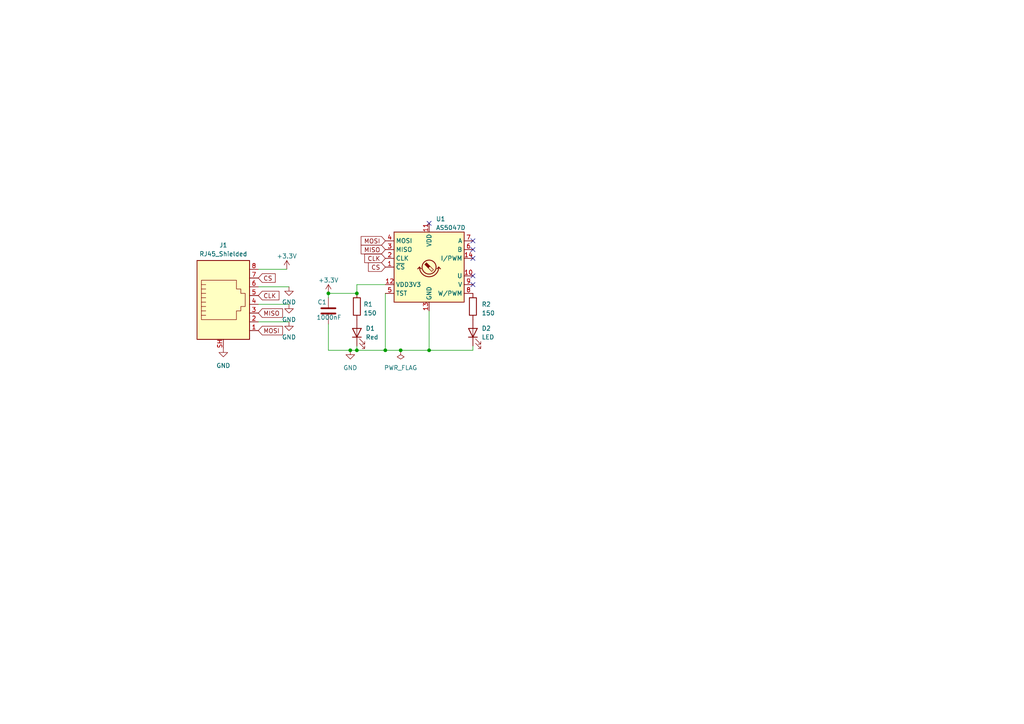
<source format=kicad_sch>
(kicad_sch (version 20230121) (generator eeschema)
  (paper "A4")
  (lib_symbols
    (symbol "Connector:RJ45_Shielded" (pin_names (offset 1.016))
      (property "Reference" "J" (at -5.08 13.97 0))
      (property "Value" "RJ45_Shielded" (at 2.54 13.97 0))
      (symbol "RJ45_Shielded_0_1"
        (polyline (pts (xy -5.08 4.445) (xy -6.35 4.445)))
        (polyline (pts (xy -5.08 5.715) (xy -6.35 5.715)))
        (polyline (pts (xy -6.35 -3.175) (xy -5.08 -3.175) (xy -5.08 -3.175)))
        (polyline (pts (xy -6.35 -1.905) (xy -5.08 -1.905) (xy -5.08 -1.905)))
        (polyline (pts (xy -6.35 -0.635) (xy -5.08 -0.635) (xy -5.08 -0.635)))
        (polyline (pts (xy -6.35 0.635) (xy -5.08 0.635) (xy -5.08 0.635)))
        (polyline (pts (xy -6.35 1.905) (xy -5.08 1.905) (xy -5.08 1.905)))
        (polyline (pts (xy -5.08 3.175) (xy -6.35 3.175) (xy -6.35 3.175)))
        (polyline (pts (xy -6.35 -4.445) (xy -6.35 6.985) (xy 3.81 6.985) (xy 3.81 4.445) (xy 5.08 4.445) (xy 5.08 3.175) (xy 6.35 3.175) (xy 6.35 -0.635) (xy 5.08 -0.635) (xy 5.08 -1.905) (xy 3.81 -1.905) (xy 3.81 -4.445) (xy -6.35 -4.445) (xy -6.35 -4.445)))
        (rectangle (start 7.62 12.7) (end -7.62 -10.16) (stroke (width 0.254)) (fill (type background)))
      )
      (symbol "RJ45_Shielded_1_1"
        (pin passive line (at 10.16 -7.62 180) (length 2.54) (name "~") (number "1"))
        (pin passive line (at 10.16 -5.08 180) (length 2.54) (name "~") (number "2"))
        (pin passive line (at 10.16 -2.54 180) (length 2.54) (name "~") (number "3"))
        (pin passive line (at 10.16 0 180) (length 2.54) (name "~") (number "4"))
        (pin passive line (at 10.16 2.54 180) (length 2.54) (name "~") (number "5"))
        (pin passive line (at 10.16 5.08 180) (length 2.54) (name "~") (number "6"))
        (pin passive line (at 10.16 7.62 180) (length 2.54) (name "~") (number "7"))
        (pin passive line (at 10.16 10.16 180) (length 2.54) (name "~") (number "8"))
        (pin passive line (at 0 -12.7 90) (length 2.54) (name "~") (number "SH"))
      )
    )
    (symbol "Device:C" (pin_numbers hide) (pin_names (offset 0.254))
      (property "Reference" "C" (at 0.635 2.54 0))
      (property "Value" "C" (at 0.635 -2.54 0))
      (symbol "C_0_1"
        (polyline (pts (xy -2.032 -0.762) (xy 2.032 -0.762)) (stroke (width 0.508)))
        (polyline (pts (xy -2.032 0.762) (xy 2.032 0.762)) (stroke (width 0.508)))
      )
      (symbol "C_1_1"
        (pin passive line (at 0 3.81 270) (length 2.794) (name "~") (number "1"))
        (pin passive line (at 0 -3.81 90) (length 2.794) (name "~") (number "2"))
      )
    )
    (symbol "Device:LED" (pin_numbers hide) (pin_names (offset 1.016) hide)
      (property "Reference" "D" (at 0 2.54 0))
      (property "Value" "LED" (at 0 -2.54 0))
      (symbol "LED_0_1"
        (polyline (pts (xy -1.27 -1.27) (xy -1.27 1.27)) (stroke (width 0.254)))
        (polyline (pts (xy -1.27 0) (xy 1.27 0)))
        (polyline (pts (xy 1.27 -1.27) (xy 1.27 1.27) (xy -1.27 0) (xy 1.27 -1.27)) (stroke (width 0.254)))
        (polyline (pts (xy -3.048 -0.762) (xy -4.572 -2.286) (xy -3.81 -2.286) (xy -4.572 -2.286) (xy -4.572 -1.524)))
        (polyline (pts (xy -1.778 -0.762) (xy -3.302 -2.286) (xy -2.54 -2.286) (xy -3.302 -2.286) (xy -3.302 -1.524)))
      )
      (symbol "LED_1_1"
        (pin passive line (at -3.81 0 0) (length 2.54) (name "K") (number "1"))
        (pin passive line (at 3.81 0 180) (length 2.54) (name "A") (number "2"))
      )
    )
    (symbol "Device:R" (pin_numbers hide) (pin_names (offset 0))
      (property "Reference" "R" (at 2.032 0 90))
      (property "Value" "R" (at 0 0 90))
      (symbol "R_0_1"
        (rectangle (start -1.016 -2.54) (end 1.016 2.54) (stroke (width 0.254)))
      )
      (symbol "R_1_1"
        (pin passive line (at 0 3.81 270) (length 1.27) (name "~") (number "1"))
        (pin passive line (at 0 -3.81 90) (length 1.27) (name "~") (number "2"))
      )
    )
    (symbol "Sensor_Magnetic:AS5047D"
      (property "Reference" "U" (at -8.89 11.43 0))
      (property "Value" "AS5047D" (at 5.08 11.43 0))
      (symbol "AS5047D_1_1"
        (rectangle (start -10.16 10.16) (end 10.16 -10.16) (stroke (width 0.254)) (fill (type background)))
        (arc (start -2.794 0) (mid 0 -2.7819) (end 2.794 0) (stroke (width 0.254)))
        (polyline (pts (xy -2.794 0) (xy -3.302 -0.508)) (stroke (width 0.254)))
        (polyline (pts (xy -2.794 0) (xy -2.286 -0.508)) (stroke (width 0.254)))
        (polyline (pts (xy 2.794 0) (xy 2.286 -0.508)) (stroke (width 0.254)))
        (polyline (pts (xy 2.794 0) (xy 3.302 -0.508)) (stroke (width 0.254)))
        (polyline (pts (xy 0.254 0.254) (xy 1.27 -0.762) (xy 0.762 -1.27) (xy -0.254 -0.254)))
        (polyline (pts (xy -0.762 1.27) (xy 0.254 0.254) (xy -0.254 -0.254) (xy -1.27 0.762) (xy -1.016 1.016) (xy -0.762 1.27) (xy -0.635 1.143)) (fill (type outline)))
        (circle (center 0 0) (radius 2.032) (stroke (width 0.254)))
        (pin input line (at -12.7 0 0) (length 2.54) (name "~{CS}") (number "1"))
        (pin output line (at 12.7 -2.54 180) (length 2.54) (name "U") (number "10"))
        (pin power_in line (at 0 12.7 270) (length 2.54) (name "VDD") (number "11"))
        (pin power_out line (at -12.7 -5.08 0) (length 2.54) (name "VDD3V3") (number "12"))
        (pin power_in line (at 0 -12.7 90) (length 2.54) (name "GND") (number "13"))
        (pin output line (at 12.7 2.54 180) (length 2.54) (name "I/PWM") (number "14"))
        (pin input line (at -12.7 2.54 0) (length 2.54) (name "CLK") (number "2"))
        (pin output line (at -12.7 5.08 0) (length 2.54) (name "MISO") (number "3"))
        (pin input line (at -12.7 7.62 0) (length 2.54) (name "MOSI") (number "4"))
        (pin input line (at -12.7 -7.62 0) (length 2.54) (name "TST") (number "5"))
        (pin output line (at 12.7 5.08 180) (length 2.54) (name "B") (number "6"))
        (pin output line (at 12.7 7.62 180) (length 2.54) (name "A") (number "7"))
        (pin output line (at 12.7 -7.62 180) (length 2.54) (name "W/PWM") (number "8"))
        (pin output line (at 12.7 -5.08 180) (length 2.54) (name "V") (number "9"))
      )
    )
    (symbol "power:+3.3V" (power) (pin_names (offset 0))
      (property "Value" "+3.3V" (at 0 3.556 0))
      (symbol "+3.3V_0_1"
        (polyline (pts (xy -0.762 1.27) (xy 0 2.54)))
        (polyline (pts (xy 0 0) (xy 0 2.54)))
        (polyline (pts (xy 0 2.54) (xy 0.762 1.27)))
      )
      (symbol "+3.3V_1_1"
        (pin power_in line (at 0 0 90) (length 0) hide (name "+3.3V") (number "1"))
      )
    )
    (symbol "power:GND" (power) (pin_names (offset 0))
      (property "Value" "GND" (at 0 -3.81 0))
      (symbol "GND_0_1"
        (polyline (pts (xy 0 0) (xy 0 -1.27) (xy 1.27 -1.27) (xy 0 -2.54) (xy -1.27 -1.27) (xy 0 -1.27)))
      )
      (symbol "GND_1_1"
        (pin power_in line (at 0 0 270) (length 0) hide (name "GND") (number "1"))
      )
    )
    (symbol "power:PWR_FLAG" (power) (pin_numbers hide) (pin_names (offset 0) hide)
      (property "Value" "PWR_FLAG" (at 0 3.81 0))
      (symbol "PWR_FLAG_0_0"
        (pin power_out line (at 0 0 90) (length 0) (name "pwr") (number "1"))
      )
      (symbol "PWR_FLAG_0_1"
        (polyline (pts (xy 0 0) (xy 0 1.27) (xy -1.016 1.905) (xy 0 2.54) (xy 1.016 1.905) (xy 0 1.27)))
      )
    )
  )
  (junction (at 103.505 101.6))
  (junction (at 111.76 101.6))
  (junction (at 101.6 101.6))
  (junction (at 95.25 85.09))
  (junction (at 103.505 85.09))
  (junction (at 116.205 101.6))
  (junction (at 124.46 101.6))
  (no_connect (at 137.16 74.93))
  (no_connect (at 137.16 82.55))
  (no_connect (at 137.16 80.01))
  (no_connect (at 137.16 72.39))
  (no_connect (at 124.46 64.77))
  (no_connect (at 137.16 69.85))
  (wire (pts (xy 95.25 85.09) (xy 103.505 85.09)))
  (wire (pts (xy 74.93 93.345) (xy 83.82 93.345)))
  (wire (pts (xy 137.16 101.6) (xy 137.16 100.33)))
  (wire (pts (xy 74.93 78.105) (xy 83.185 78.105)))
  (wire (pts (xy 103.505 100.33) (xy 103.505 101.6)))
  (wire (pts (xy 103.505 82.55) (xy 111.76 82.55)))
  (wire (pts (xy 103.505 101.6) (xy 111.76 101.6)))
  (wire (pts (xy 124.46 101.6) (xy 137.16 101.6)))
  (wire (pts (xy 95.25 93.98) (xy 95.25 101.6)))
  (wire (pts (xy 101.6 101.6) (xy 103.505 101.6)))
  (wire (pts (xy 74.93 88.265) (xy 83.82 88.265)))
  (wire (pts (xy 95.25 86.36) (xy 95.25 85.09)))
  (wire (pts (xy 116.205 101.6) (xy 124.46 101.6)))
  (wire (pts (xy 74.93 83.185) (xy 83.82 83.185)))
  (wire (pts (xy 103.505 85.09) (xy 103.505 85.725)))
  (wire (pts (xy 95.25 101.6) (xy 101.6 101.6)))
  (wire (pts (xy 124.46 101.6) (xy 124.46 90.17)))
  (wire (pts (xy 111.76 85.09) (xy 111.76 101.6)))
  (wire (pts (xy 103.505 82.55) (xy 103.505 85.09)))
  (wire (pts (xy 111.76 101.6) (xy 116.205 101.6)))
  (global_label "CLK" (shape input) (at 111.76 74.93 180) (property "Intersheetrefs" "${INTERSHEET_REFS}" (effects hide)))
  (global_label "MISO" (shape input) (at 74.93 90.805 0) (property "Intersheetrefs" "${INTERSHEET_REFS}" (effects hide)))
  (global_label "CS" (shape input) (at 74.93 80.645 0) (property "Intersheetrefs" "${INTERSHEET_REFS}" (effects hide)))
  (global_label "CLK" (shape input) (at 74.93 85.725 0) (property "Intersheetrefs" "${INTERSHEET_REFS}" (effects hide)))
  (global_label "CS" (shape input) (at 111.76 77.47 180) (property "Intersheetrefs" "${INTERSHEET_REFS}" (effects hide)))
  (global_label "MOSI" (shape input) (at 111.76 69.85 180) (property "Intersheetrefs" "${INTERSHEET_REFS}" (effects hide)))
  (global_label "MOSI" (shape input) (at 74.93 95.885 0) (property "Intersheetrefs" "${INTERSHEET_REFS}" (effects hide)))
  (global_label "MISO" (shape input) (at 111.76 72.39 180) (property "Intersheetrefs" "${INTERSHEET_REFS}" (effects hide)))
  (symbol (lib_id "Device:C") (at 95.25 90.17 0) (unit 1)
    (property "Reference" "C1" (at 92.075 87.63 0) (effects (justify left)))
    (property "Value" "1000nF" (at 99.06 92.075 0) (effects (justify right)))
    (property "Footprint" "Capacitor_SMD:C_0603_1608Metric_Pad1.08x0.95mm_HandSolder" (effects hide))
  )
  (symbol (lib_id "power:GND") (at 64.77 100.965 0) (unit 1)
    (property "Reference" "#PWR03" (effects hide))
    (property "Value" "GND" (at 64.77 106.045 0))
  )
  (symbol (lib_id "Device:R") (at 103.505 88.9 180) (unit 1)
    (property "Reference" "R1" (at 105.41 88.265 0) (effects (justify right)))
    (property "Value" "150" (at 105.41 90.805 0) (effects (justify right)))
    (property "Footprint" "Resistor_SMD:R_1206_3216Metric_Pad1.30x1.75mm_HandSolder" (effects hide))
  )
  (symbol (lib_id "Sensor_Magnetic:AS5047D") (at 124.46 77.47 0) (unit 1)
    (property "Reference" "U1" (at 126.4159 63.5 0) (effects (justify left)))
    (property "Value" "AS5047D" (at 126.4159 66.04 0) (effects (justify left)))
    (property "Footprint" "Package_SO:TSSOP-14_4.4x5mm_P0.65mm" (effects hide))
    (property "Datasheet" "https://ams.com/documents/20143/36005/AS5047D_DS000394_2-00.pdf" (effects hide))
  )
  (symbol (lib_id "power:+3.3V") (at 95.25 85.09 0) (unit 1)
    (property "Reference" "#PWR01" (effects hide))
    (property "Value" "+3.3V" (at 95.25 81.28 0))
  )
  (symbol (lib_id "power:+3.3V") (at 83.185 78.105 0) (unit 1)
    (property "Reference" "#PWR04" (effects hide))
    (property "Value" "+3.3V" (at 83.185 74.295 0))
  )
  (symbol (lib_id "Device:LED") (at 137.16 96.52 90) (unit 1)
    (property "Reference" "D2" (at 139.7 95.25 90) (effects (justify right)))
    (property "Value" "LED" (at 139.7 97.79 90) (effects (justify right)))
    (property "Footprint" "LED_SMD:LED_1206_3216Metric_Pad1.42x1.75mm_HandSolder" (effects hide))
  )
  (symbol (lib_id "power:GND") (at 83.82 88.265 0) (unit 1)
    (property "Reference" "#PWR06" (effects hide))
    (property "Value" "GND" (at 83.82 92.71 0))
  )
  (symbol (lib_id "Device:R") (at 137.16 88.9 180) (unit 1)
    (property "Reference" "R2" (at 139.7 88.265 0) (effects (justify right)))
    (property "Value" "150" (at 139.7 90.805 0) (effects (justify right)))
    (property "Footprint" "Resistor_SMD:R_1206_3216Metric_Pad1.30x1.75mm_HandSolder" (effects hide))
  )
  (symbol (lib_id "power:GND") (at 83.82 93.345 0) (unit 1)
    (property "Reference" "#PWR05" (effects hide))
    (property "Value" "GND" (at 83.82 97.79 0))
  )
  (symbol (lib_id "power:GND") (at 101.6 101.6 0) (unit 1)
    (property "Reference" "#PWR02" (effects hide))
    (property "Value" "GND" (at 101.6 106.68 0))
  )
  (symbol (lib_id "Connector:RJ45_Shielded") (at 64.77 88.265 0) (unit 1)
    (property "Reference" "J1" (at 64.77 71.12 0))
    (property "Value" "RJ45_Shielded" (at 64.77 73.66 0))
    (property "Footprint" "Connector_RJ:RJ45_Ninigi_GE" (effects hide))
  )
  (symbol (lib_id "power:PWR_FLAG") (at 116.205 101.6 180) (unit 1)
    (property "Reference" "#FLG01" (effects hide))
    (property "Value" "PWR_FLAG" (at 116.205 106.68 0))
  )
  (symbol (lib_id "Device:LED") (at 103.505 96.52 90) (unit 1)
    (property "Reference" "D1" (at 106.045 95.25 90) (effects (justify right)))
    (property "Value" "Red" (at 106.045 97.79 90) (effects (justify right)))
    (property "Footprint" "LED_SMD:LED_1206_3216Metric_Pad1.42x1.75mm_HandSolder" (effects hide))
  )
  (symbol (lib_id "power:GND") (at 83.82 83.185 0) (unit 1)
    (property "Reference" "#PWR07" (effects hide))
    (property "Value" "GND" (at 83.82 87.63 0))
  )
)
</source>
